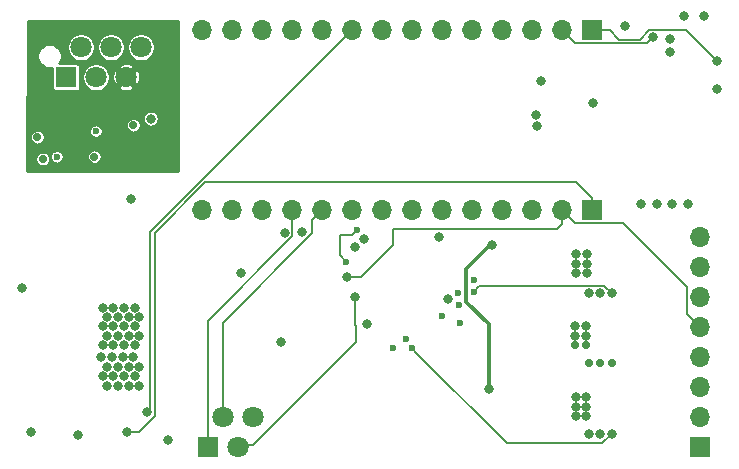
<source format=gbr>
G04 #@! TF.GenerationSoftware,KiCad,Pcbnew,5.1.3-ffb9f22~84~ubuntu18.04.1*
G04 #@! TF.CreationDate,2019-10-12T08:12:31-07:00*
G04 #@! TF.ProjectId,board,626f6172-642e-46b6-9963-61645f706362,rev?*
G04 #@! TF.SameCoordinates,Original*
G04 #@! TF.FileFunction,Copper,L3,Inr*
G04 #@! TF.FilePolarity,Positive*
%FSLAX46Y46*%
G04 Gerber Fmt 4.6, Leading zero omitted, Abs format (unit mm)*
G04 Created by KiCad (PCBNEW 5.1.3-ffb9f22~84~ubuntu18.04.1) date 2019-10-12 08:12:31*
%MOMM*%
%LPD*%
G04 APERTURE LIST*
%ADD10O,1.700000X1.700000*%
%ADD11R,1.700000X1.700000*%
%ADD12C,1.800000*%
%ADD13R,1.800000X1.800000*%
%ADD14C,0.800000*%
%ADD15C,0.600000*%
%ADD16C,0.700000*%
%ADD17C,0.152400*%
%ADD18C,0.300000*%
%ADD19C,0.254000*%
G04 APERTURE END LIST*
D10*
X108798000Y-101836000D03*
X111338000Y-101836000D03*
X113878000Y-101836000D03*
X116418000Y-101836000D03*
X118958000Y-101836000D03*
X121498000Y-101836000D03*
X124038000Y-101836000D03*
X126578000Y-101836000D03*
X129118000Y-101836000D03*
X131658000Y-101836000D03*
X134198000Y-101836000D03*
X136738000Y-101836000D03*
X139278000Y-101836000D03*
D11*
X141818000Y-101836000D03*
X141818000Y-117036000D03*
D10*
X139278000Y-117036000D03*
X136738000Y-117036000D03*
X134198000Y-117036000D03*
X131658000Y-117036000D03*
X129118000Y-117036000D03*
X126578000Y-117036000D03*
X124038000Y-117036000D03*
X121498000Y-117036000D03*
X118958000Y-117036000D03*
X116418000Y-117036000D03*
X113878000Y-117036000D03*
X111338000Y-117036000D03*
X108798000Y-117036000D03*
X150977600Y-119329200D03*
X150977600Y-121869200D03*
X150977600Y-124409200D03*
X150977600Y-126949200D03*
X150977600Y-129489200D03*
X150977600Y-132029200D03*
X150977600Y-134569200D03*
D11*
X150977600Y-137109200D03*
D12*
X103650000Y-103260000D03*
X102380000Y-105800000D03*
D13*
X97300000Y-105800000D03*
D12*
X98570000Y-103260000D03*
X99840000Y-105800000D03*
X101110000Y-103260000D03*
D13*
X109295000Y-137120000D03*
D12*
X110565000Y-134580000D03*
X111835000Y-137120000D03*
X113105000Y-134580000D03*
D14*
X115500000Y-128200000D03*
D15*
X121031000Y-121412000D03*
X121920000Y-118745000D03*
D14*
X117300000Y-118900000D03*
X121793000Y-120142000D03*
X115800000Y-119000000D03*
X121793000Y-124396500D03*
X144600000Y-101500000D03*
X148444798Y-102600000D03*
X151300000Y-100577400D03*
X112100000Y-122400000D03*
X102800000Y-116100000D03*
X141595194Y-124100000D03*
D15*
X131800000Y-123000000D03*
D14*
X142547597Y-124100000D03*
D15*
X130492500Y-124079000D03*
D16*
X142500000Y-130000000D03*
D15*
X129159000Y-125984000D03*
D16*
X141547597Y-130000000D03*
D15*
X130683000Y-126619000D03*
D14*
X141595194Y-136000000D03*
D15*
X126052638Y-127947362D03*
D14*
X142547597Y-136000000D03*
D15*
X124992985Y-128707015D03*
D16*
X94869000Y-110871000D03*
X102997000Y-109855000D03*
X99695000Y-112522000D03*
D14*
X133333500Y-119961500D03*
X133079500Y-132153500D03*
X128912000Y-119311000D03*
X141400000Y-121600000D03*
X140500000Y-121600000D03*
X140500000Y-122400000D03*
X141400000Y-120800000D03*
X141400000Y-122400000D03*
X141300000Y-127700000D03*
X140400000Y-127700000D03*
D16*
X140400000Y-128500000D03*
D14*
X140400000Y-126900000D03*
X141300000Y-126900000D03*
D16*
X141300000Y-128500000D03*
D14*
X141300000Y-133700000D03*
X140450000Y-133700000D03*
X140450000Y-134500000D03*
X140450000Y-132900000D03*
X100300000Y-129500000D03*
X101200000Y-129500000D03*
X102100000Y-129500000D03*
X103000000Y-129500000D03*
X100800000Y-130300000D03*
X101700000Y-130300000D03*
X102600000Y-130300000D03*
X103500000Y-130300000D03*
X100400000Y-131100000D03*
X101300000Y-131100000D03*
X102200000Y-131100000D03*
X103100000Y-131100000D03*
X100800000Y-131900000D03*
X101700000Y-131900000D03*
X102600000Y-131900000D03*
X103500000Y-131900000D03*
X141300000Y-132900000D03*
X141300000Y-134500000D03*
X93600000Y-123600000D03*
X121100000Y-122700000D03*
X122555000Y-119507000D03*
X122792500Y-126692500D03*
X152422600Y-104400000D03*
X105900000Y-136502400D03*
X140500000Y-120800000D03*
X129667000Y-124587000D03*
D15*
X99822000Y-110363000D03*
X96520000Y-112522000D03*
D14*
X147000000Y-102400000D03*
X149600000Y-100577400D03*
X148444798Y-103700000D03*
X152422600Y-106800000D03*
X102500000Y-135800000D03*
X94300000Y-135800000D03*
X98300000Y-136100000D03*
X141900000Y-107950000D03*
X143500000Y-124100000D03*
D15*
X131800000Y-123952403D03*
D16*
X143500000Y-130000000D03*
D15*
X130556000Y-125095000D03*
D14*
X143500000Y-136000000D03*
D15*
X126559468Y-128753707D03*
D14*
X150000000Y-116500000D03*
X148600000Y-116500000D03*
X147300000Y-116500000D03*
X146000000Y-116500000D03*
D15*
X101409500Y-107315000D03*
X101876000Y-108760000D03*
X102511000Y-108760000D03*
X102171500Y-107315000D03*
X102933500Y-107315000D03*
X103695500Y-107124500D03*
X104267000Y-106680000D03*
X104838500Y-106108500D03*
X105283000Y-105473500D03*
D14*
X104175000Y-134150000D03*
X137166671Y-109950066D03*
X137100000Y-109000000D03*
X137500000Y-106100000D03*
D16*
X95331000Y-112724000D03*
D14*
X104475000Y-109295000D03*
X100800000Y-127700000D03*
X101700000Y-127700000D03*
X102600000Y-127700000D03*
X103500000Y-127700000D03*
X100400000Y-125300000D03*
X101300000Y-125300000D03*
X102200000Y-125300000D03*
X103100000Y-125300000D03*
X100800000Y-126100000D03*
X101700000Y-126100000D03*
X102600000Y-126100000D03*
X103500000Y-126100000D03*
X100400000Y-126900000D03*
X101300000Y-126900000D03*
X102200000Y-126900000D03*
X103100000Y-126900000D03*
X100400000Y-128500000D03*
X101300000Y-128500000D03*
X102200000Y-128500000D03*
X103100000Y-128500000D03*
D17*
X121487399Y-119177601D02*
X121920000Y-118745000D01*
X120471399Y-119177601D02*
X121487399Y-119177601D01*
X121031000Y-121412000D02*
X120471399Y-120852399D01*
X120471399Y-120852399D02*
X120471399Y-119177601D01*
X113107792Y-136970000D02*
X111835000Y-136970000D01*
X121833410Y-128244382D02*
X113107792Y-136970000D01*
X121833410Y-126786410D02*
X121833410Y-128244382D01*
X121793000Y-126746000D02*
X121793000Y-124333000D01*
X121833410Y-126786410D02*
X121793000Y-126746000D01*
X149898999Y-125870599D02*
X150127601Y-126099201D01*
X149898999Y-123598999D02*
X149898999Y-125870599D01*
X150127601Y-126099201D02*
X150977600Y-126949200D01*
X144414601Y-118114601D02*
X149898999Y-123598999D01*
X140356601Y-118114601D02*
X144414601Y-118114601D01*
X139278000Y-117036000D02*
X140356601Y-118114601D01*
X152022601Y-104000001D02*
X152422600Y-104400000D01*
X149793999Y-101771399D02*
X152022601Y-104000001D01*
X146698271Y-101771399D02*
X149793999Y-101771399D01*
X145859879Y-102609791D02*
X146698271Y-101771399D01*
X144107461Y-102609791D02*
X145859879Y-102609791D01*
X143333670Y-101836000D02*
X144107461Y-102609791D01*
X141818000Y-101836000D02*
X143333670Y-101836000D01*
X139278000Y-118238081D02*
X138898081Y-118618000D01*
X139278000Y-117036000D02*
X139278000Y-118238081D01*
X124968000Y-118618000D02*
X124968000Y-120015000D01*
X138898081Y-118618000D02*
X124968000Y-118618000D01*
X122283000Y-122700000D02*
X121100000Y-122700000D01*
X124968000Y-120015000D02*
X122283000Y-122700000D01*
D18*
X131197599Y-124845045D02*
X131197599Y-122040401D01*
X133079500Y-132153500D02*
X133079500Y-126726946D01*
X133079500Y-126726946D02*
X131197599Y-124845045D01*
X131197599Y-122040401D02*
X133223000Y-120015000D01*
D17*
X139278000Y-101836000D02*
X140356601Y-102914601D01*
X146485399Y-102914601D02*
X147000000Y-102400000D01*
X140356601Y-102914601D02*
X146485399Y-102914601D01*
X141818000Y-116033600D02*
X141818000Y-117036000D01*
X140484400Y-114700000D02*
X141818000Y-116033600D01*
X103455330Y-135800000D02*
X104803601Y-134451729D01*
X104803601Y-118961465D02*
X109065066Y-114700000D01*
X102500000Y-135800000D02*
X103455330Y-135800000D01*
X104803601Y-134451729D02*
X104803601Y-118961465D01*
X109065066Y-114700000D02*
X140484400Y-114700000D01*
X132199999Y-123552404D02*
X131800000Y-123952403D01*
X132281004Y-123471399D02*
X132199999Y-123552404D01*
X142871399Y-123471399D02*
X132281004Y-123471399D01*
X143500000Y-124100000D02*
X142871399Y-123471399D01*
X126959467Y-129153706D02*
X126559468Y-128753707D01*
X134605761Y-136800000D02*
X126959467Y-129153706D01*
X142700000Y-136800000D02*
X134605761Y-136800000D01*
X143500000Y-136000000D02*
X142700000Y-136800000D01*
X104428601Y-133896399D02*
X104175000Y-134150000D01*
X104428601Y-118905399D02*
X104428601Y-133896399D01*
X121498000Y-101836000D02*
X104428601Y-118905399D01*
X118108001Y-117885999D02*
X118958000Y-117036000D01*
X118108001Y-119022329D02*
X118108001Y-117885999D01*
X110565000Y-126565330D02*
X118108001Y-119022329D01*
X110565000Y-134430000D02*
X110565000Y-126565330D01*
X116428601Y-118248682D02*
X116428601Y-119271399D01*
X116418000Y-117036000D02*
X116418000Y-118238081D01*
X116418000Y-118238081D02*
X116428601Y-118248682D01*
X109295000Y-126405000D02*
X109295000Y-136970000D01*
X116428601Y-119271399D02*
X109295000Y-126405000D01*
D19*
G36*
X106773000Y-101026828D02*
G01*
X106773000Y-113773000D01*
X94027334Y-113773000D01*
X94030246Y-112662010D01*
X94701600Y-112662010D01*
X94701600Y-112785990D01*
X94725788Y-112907589D01*
X94773233Y-113022133D01*
X94842113Y-113125219D01*
X94929781Y-113212887D01*
X95032867Y-113281767D01*
X95147411Y-113329212D01*
X95269010Y-113353400D01*
X95392990Y-113353400D01*
X95514589Y-113329212D01*
X95629133Y-113281767D01*
X95732219Y-113212887D01*
X95819887Y-113125219D01*
X95888767Y-113022133D01*
X95936212Y-112907589D01*
X95960400Y-112785990D01*
X95960400Y-112678608D01*
X95962866Y-112691005D01*
X96006543Y-112796449D01*
X96069951Y-112891346D01*
X96150654Y-112972049D01*
X96245551Y-113035457D01*
X96350995Y-113079134D01*
X96462934Y-113101400D01*
X96577066Y-113101400D01*
X96689005Y-113079134D01*
X96794449Y-113035457D01*
X96889346Y-112972049D01*
X96970049Y-112891346D01*
X97033457Y-112796449D01*
X97077134Y-112691005D01*
X97099400Y-112579066D01*
X97099400Y-112464934D01*
X97098421Y-112460010D01*
X99065600Y-112460010D01*
X99065600Y-112583990D01*
X99089788Y-112705589D01*
X99137233Y-112820133D01*
X99206113Y-112923219D01*
X99293781Y-113010887D01*
X99396867Y-113079767D01*
X99511411Y-113127212D01*
X99633010Y-113151400D01*
X99756990Y-113151400D01*
X99878589Y-113127212D01*
X99993133Y-113079767D01*
X100096219Y-113010887D01*
X100183887Y-112923219D01*
X100252767Y-112820133D01*
X100300212Y-112705589D01*
X100324400Y-112583990D01*
X100324400Y-112460010D01*
X100300212Y-112338411D01*
X100252767Y-112223867D01*
X100183887Y-112120781D01*
X100096219Y-112033113D01*
X99993133Y-111964233D01*
X99878589Y-111916788D01*
X99756990Y-111892600D01*
X99633010Y-111892600D01*
X99511411Y-111916788D01*
X99396867Y-111964233D01*
X99293781Y-112033113D01*
X99206113Y-112120781D01*
X99137233Y-112223867D01*
X99089788Y-112338411D01*
X99065600Y-112460010D01*
X97098421Y-112460010D01*
X97077134Y-112352995D01*
X97033457Y-112247551D01*
X96970049Y-112152654D01*
X96889346Y-112071951D01*
X96794449Y-112008543D01*
X96689005Y-111964866D01*
X96577066Y-111942600D01*
X96462934Y-111942600D01*
X96350995Y-111964866D01*
X96245551Y-112008543D01*
X96150654Y-112071951D01*
X96069951Y-112152654D01*
X96006543Y-112247551D01*
X95962866Y-112352995D01*
X95940600Y-112464934D01*
X95940600Y-112562471D01*
X95936212Y-112540411D01*
X95888767Y-112425867D01*
X95819887Y-112322781D01*
X95732219Y-112235113D01*
X95629133Y-112166233D01*
X95514589Y-112118788D01*
X95392990Y-112094600D01*
X95269010Y-112094600D01*
X95147411Y-112118788D01*
X95032867Y-112166233D01*
X94929781Y-112235113D01*
X94842113Y-112322781D01*
X94773233Y-112425867D01*
X94725788Y-112540411D01*
X94701600Y-112662010D01*
X94030246Y-112662010D01*
X94035103Y-110809010D01*
X94239600Y-110809010D01*
X94239600Y-110932990D01*
X94263788Y-111054589D01*
X94311233Y-111169133D01*
X94380113Y-111272219D01*
X94467781Y-111359887D01*
X94570867Y-111428767D01*
X94685411Y-111476212D01*
X94807010Y-111500400D01*
X94930990Y-111500400D01*
X95052589Y-111476212D01*
X95167133Y-111428767D01*
X95270219Y-111359887D01*
X95357887Y-111272219D01*
X95426767Y-111169133D01*
X95474212Y-111054589D01*
X95498400Y-110932990D01*
X95498400Y-110809010D01*
X95474212Y-110687411D01*
X95426767Y-110572867D01*
X95357887Y-110469781D01*
X95270219Y-110382113D01*
X95167133Y-110313233D01*
X95149512Y-110305934D01*
X99242600Y-110305934D01*
X99242600Y-110420066D01*
X99264866Y-110532005D01*
X99308543Y-110637449D01*
X99371951Y-110732346D01*
X99452654Y-110813049D01*
X99547551Y-110876457D01*
X99652995Y-110920134D01*
X99764934Y-110942400D01*
X99879066Y-110942400D01*
X99991005Y-110920134D01*
X100096449Y-110876457D01*
X100191346Y-110813049D01*
X100272049Y-110732346D01*
X100335457Y-110637449D01*
X100379134Y-110532005D01*
X100401400Y-110420066D01*
X100401400Y-110305934D01*
X100379134Y-110193995D01*
X100335457Y-110088551D01*
X100272049Y-109993654D01*
X100191346Y-109912951D01*
X100096449Y-109849543D01*
X99991005Y-109805866D01*
X99926374Y-109793010D01*
X102367600Y-109793010D01*
X102367600Y-109916990D01*
X102391788Y-110038589D01*
X102439233Y-110153133D01*
X102508113Y-110256219D01*
X102595781Y-110343887D01*
X102698867Y-110412767D01*
X102813411Y-110460212D01*
X102935010Y-110484400D01*
X103058990Y-110484400D01*
X103180589Y-110460212D01*
X103295133Y-110412767D01*
X103398219Y-110343887D01*
X103485887Y-110256219D01*
X103554767Y-110153133D01*
X103602212Y-110038589D01*
X103626400Y-109916990D01*
X103626400Y-109793010D01*
X103602212Y-109671411D01*
X103554767Y-109556867D01*
X103485887Y-109453781D01*
X103398219Y-109366113D01*
X103295133Y-109297233D01*
X103180589Y-109249788D01*
X103071483Y-109228085D01*
X103795600Y-109228085D01*
X103795600Y-109361915D01*
X103821709Y-109493174D01*
X103872924Y-109616816D01*
X103947276Y-109728092D01*
X104041908Y-109822724D01*
X104153184Y-109897076D01*
X104276826Y-109948291D01*
X104408085Y-109974400D01*
X104541915Y-109974400D01*
X104673174Y-109948291D01*
X104796816Y-109897076D01*
X104908092Y-109822724D01*
X105002724Y-109728092D01*
X105077076Y-109616816D01*
X105128291Y-109493174D01*
X105154400Y-109361915D01*
X105154400Y-109228085D01*
X105128291Y-109096826D01*
X105077076Y-108973184D01*
X105002724Y-108861908D01*
X104908092Y-108767276D01*
X104796816Y-108692924D01*
X104673174Y-108641709D01*
X104541915Y-108615600D01*
X104408085Y-108615600D01*
X104276826Y-108641709D01*
X104153184Y-108692924D01*
X104041908Y-108767276D01*
X103947276Y-108861908D01*
X103872924Y-108973184D01*
X103821709Y-109096826D01*
X103795600Y-109228085D01*
X103071483Y-109228085D01*
X103058990Y-109225600D01*
X102935010Y-109225600D01*
X102813411Y-109249788D01*
X102698867Y-109297233D01*
X102595781Y-109366113D01*
X102508113Y-109453781D01*
X102439233Y-109556867D01*
X102391788Y-109671411D01*
X102367600Y-109793010D01*
X99926374Y-109793010D01*
X99879066Y-109783600D01*
X99764934Y-109783600D01*
X99652995Y-109805866D01*
X99547551Y-109849543D01*
X99452654Y-109912951D01*
X99371951Y-109993654D01*
X99308543Y-110088551D01*
X99264866Y-110193995D01*
X99242600Y-110305934D01*
X95149512Y-110305934D01*
X95052589Y-110265788D01*
X94930990Y-110241600D01*
X94807010Y-110241600D01*
X94685411Y-110265788D01*
X94570867Y-110313233D01*
X94467781Y-110382113D01*
X94380113Y-110469781D01*
X94311233Y-110572867D01*
X94263788Y-110687411D01*
X94239600Y-110809010D01*
X94035103Y-110809010D01*
X94053218Y-103898608D01*
X94870550Y-103898608D01*
X94870550Y-104101392D01*
X94910111Y-104300279D01*
X94987713Y-104487627D01*
X95100374Y-104656236D01*
X95243764Y-104799626D01*
X95412373Y-104912287D01*
X95599721Y-104989889D01*
X95798608Y-105029450D01*
X96001392Y-105029450D01*
X96119249Y-105006007D01*
X96119249Y-106700000D01*
X96124644Y-106754772D01*
X96140620Y-106807439D01*
X96166564Y-106855977D01*
X96201479Y-106898521D01*
X96244023Y-106933436D01*
X96292561Y-106959380D01*
X96345228Y-106975356D01*
X96400000Y-106980751D01*
X98200000Y-106980751D01*
X98254772Y-106975356D01*
X98307439Y-106959380D01*
X98355977Y-106933436D01*
X98398521Y-106898521D01*
X98433436Y-106855977D01*
X98459380Y-106807439D01*
X98475356Y-106754772D01*
X98480751Y-106700000D01*
X98480751Y-105683839D01*
X98660600Y-105683839D01*
X98660600Y-105916161D01*
X98705923Y-106144018D01*
X98794829Y-106358656D01*
X98923900Y-106551824D01*
X99088176Y-106716100D01*
X99281344Y-106845171D01*
X99495982Y-106934077D01*
X99723839Y-106979400D01*
X99956161Y-106979400D01*
X100184018Y-106934077D01*
X100398656Y-106845171D01*
X100591824Y-106716100D01*
X100634646Y-106673278D01*
X101686327Y-106673278D01*
X101790168Y-106827899D01*
X102002034Y-106923218D01*
X102228426Y-106975373D01*
X102460643Y-106982359D01*
X102689760Y-106943907D01*
X102906973Y-106861497D01*
X102969832Y-106827899D01*
X103073673Y-106673278D01*
X102380000Y-105979605D01*
X101686327Y-106673278D01*
X100634646Y-106673278D01*
X100756100Y-106551824D01*
X100885171Y-106358656D01*
X100974077Y-106144018D01*
X101019400Y-105916161D01*
X101019400Y-105880643D01*
X101197641Y-105880643D01*
X101236093Y-106109760D01*
X101318503Y-106326973D01*
X101352101Y-106389832D01*
X101506722Y-106493673D01*
X102200395Y-105800000D01*
X102559605Y-105800000D01*
X103253278Y-106493673D01*
X103407899Y-106389832D01*
X103503218Y-106177966D01*
X103555373Y-105951574D01*
X103562359Y-105719357D01*
X103523907Y-105490240D01*
X103441497Y-105273027D01*
X103407899Y-105210168D01*
X103253278Y-105106327D01*
X102559605Y-105800000D01*
X102200395Y-105800000D01*
X101506722Y-105106327D01*
X101352101Y-105210168D01*
X101256782Y-105422034D01*
X101204627Y-105648426D01*
X101197641Y-105880643D01*
X101019400Y-105880643D01*
X101019400Y-105683839D01*
X100974077Y-105455982D01*
X100885171Y-105241344D01*
X100756100Y-105048176D01*
X100634646Y-104926722D01*
X101686327Y-104926722D01*
X102380000Y-105620395D01*
X103073673Y-104926722D01*
X102969832Y-104772101D01*
X102757966Y-104676782D01*
X102531574Y-104624627D01*
X102299357Y-104617641D01*
X102070240Y-104656093D01*
X101853027Y-104738503D01*
X101790168Y-104772101D01*
X101686327Y-104926722D01*
X100634646Y-104926722D01*
X100591824Y-104883900D01*
X100398656Y-104754829D01*
X100184018Y-104665923D01*
X99956161Y-104620600D01*
X99723839Y-104620600D01*
X99495982Y-104665923D01*
X99281344Y-104754829D01*
X99088176Y-104883900D01*
X98923900Y-105048176D01*
X98794829Y-105241344D01*
X98705923Y-105455982D01*
X98660600Y-105683839D01*
X98480751Y-105683839D01*
X98480751Y-104900000D01*
X98475356Y-104845228D01*
X98459380Y-104792561D01*
X98433436Y-104744023D01*
X98398521Y-104701479D01*
X98355977Y-104666564D01*
X98307439Y-104640620D01*
X98254772Y-104624644D01*
X98200000Y-104619249D01*
X96724340Y-104619249D01*
X96812287Y-104487627D01*
X96889889Y-104300279D01*
X96929450Y-104101392D01*
X96929450Y-103898608D01*
X96889889Y-103699721D01*
X96812287Y-103512373D01*
X96699626Y-103343764D01*
X96556236Y-103200374D01*
X96471626Y-103143839D01*
X97390600Y-103143839D01*
X97390600Y-103376161D01*
X97435923Y-103604018D01*
X97524829Y-103818656D01*
X97653900Y-104011824D01*
X97818176Y-104176100D01*
X98011344Y-104305171D01*
X98225982Y-104394077D01*
X98453839Y-104439400D01*
X98686161Y-104439400D01*
X98914018Y-104394077D01*
X99128656Y-104305171D01*
X99321824Y-104176100D01*
X99486100Y-104011824D01*
X99615171Y-103818656D01*
X99704077Y-103604018D01*
X99749400Y-103376161D01*
X99749400Y-103143839D01*
X99930600Y-103143839D01*
X99930600Y-103376161D01*
X99975923Y-103604018D01*
X100064829Y-103818656D01*
X100193900Y-104011824D01*
X100358176Y-104176100D01*
X100551344Y-104305171D01*
X100765982Y-104394077D01*
X100993839Y-104439400D01*
X101226161Y-104439400D01*
X101454018Y-104394077D01*
X101668656Y-104305171D01*
X101861824Y-104176100D01*
X102026100Y-104011824D01*
X102155171Y-103818656D01*
X102244077Y-103604018D01*
X102289400Y-103376161D01*
X102289400Y-103143839D01*
X102470600Y-103143839D01*
X102470600Y-103376161D01*
X102515923Y-103604018D01*
X102604829Y-103818656D01*
X102733900Y-104011824D01*
X102898176Y-104176100D01*
X103091344Y-104305171D01*
X103305982Y-104394077D01*
X103533839Y-104439400D01*
X103766161Y-104439400D01*
X103994018Y-104394077D01*
X104208656Y-104305171D01*
X104401824Y-104176100D01*
X104566100Y-104011824D01*
X104695171Y-103818656D01*
X104784077Y-103604018D01*
X104829400Y-103376161D01*
X104829400Y-103143839D01*
X104784077Y-102915982D01*
X104695171Y-102701344D01*
X104566100Y-102508176D01*
X104401824Y-102343900D01*
X104208656Y-102214829D01*
X103994018Y-102125923D01*
X103766161Y-102080600D01*
X103533839Y-102080600D01*
X103305982Y-102125923D01*
X103091344Y-102214829D01*
X102898176Y-102343900D01*
X102733900Y-102508176D01*
X102604829Y-102701344D01*
X102515923Y-102915982D01*
X102470600Y-103143839D01*
X102289400Y-103143839D01*
X102244077Y-102915982D01*
X102155171Y-102701344D01*
X102026100Y-102508176D01*
X101861824Y-102343900D01*
X101668656Y-102214829D01*
X101454018Y-102125923D01*
X101226161Y-102080600D01*
X100993839Y-102080600D01*
X100765982Y-102125923D01*
X100551344Y-102214829D01*
X100358176Y-102343900D01*
X100193900Y-102508176D01*
X100064829Y-102701344D01*
X99975923Y-102915982D01*
X99930600Y-103143839D01*
X99749400Y-103143839D01*
X99704077Y-102915982D01*
X99615171Y-102701344D01*
X99486100Y-102508176D01*
X99321824Y-102343900D01*
X99128656Y-102214829D01*
X98914018Y-102125923D01*
X98686161Y-102080600D01*
X98453839Y-102080600D01*
X98225982Y-102125923D01*
X98011344Y-102214829D01*
X97818176Y-102343900D01*
X97653900Y-102508176D01*
X97524829Y-102701344D01*
X97435923Y-102915982D01*
X97390600Y-103143839D01*
X96471626Y-103143839D01*
X96387627Y-103087713D01*
X96200279Y-103010111D01*
X96001392Y-102970550D01*
X95798608Y-102970550D01*
X95599721Y-103010111D01*
X95412373Y-103087713D01*
X95243764Y-103200374D01*
X95100374Y-103343764D01*
X94987713Y-103512373D01*
X94910111Y-103699721D01*
X94870550Y-103898608D01*
X94053218Y-103898608D01*
X94060792Y-101009547D01*
X106773000Y-101026828D01*
X106773000Y-101026828D01*
G37*
X106773000Y-101026828D02*
X106773000Y-113773000D01*
X94027334Y-113773000D01*
X94030246Y-112662010D01*
X94701600Y-112662010D01*
X94701600Y-112785990D01*
X94725788Y-112907589D01*
X94773233Y-113022133D01*
X94842113Y-113125219D01*
X94929781Y-113212887D01*
X95032867Y-113281767D01*
X95147411Y-113329212D01*
X95269010Y-113353400D01*
X95392990Y-113353400D01*
X95514589Y-113329212D01*
X95629133Y-113281767D01*
X95732219Y-113212887D01*
X95819887Y-113125219D01*
X95888767Y-113022133D01*
X95936212Y-112907589D01*
X95960400Y-112785990D01*
X95960400Y-112678608D01*
X95962866Y-112691005D01*
X96006543Y-112796449D01*
X96069951Y-112891346D01*
X96150654Y-112972049D01*
X96245551Y-113035457D01*
X96350995Y-113079134D01*
X96462934Y-113101400D01*
X96577066Y-113101400D01*
X96689005Y-113079134D01*
X96794449Y-113035457D01*
X96889346Y-112972049D01*
X96970049Y-112891346D01*
X97033457Y-112796449D01*
X97077134Y-112691005D01*
X97099400Y-112579066D01*
X97099400Y-112464934D01*
X97098421Y-112460010D01*
X99065600Y-112460010D01*
X99065600Y-112583990D01*
X99089788Y-112705589D01*
X99137233Y-112820133D01*
X99206113Y-112923219D01*
X99293781Y-113010887D01*
X99396867Y-113079767D01*
X99511411Y-113127212D01*
X99633010Y-113151400D01*
X99756990Y-113151400D01*
X99878589Y-113127212D01*
X99993133Y-113079767D01*
X100096219Y-113010887D01*
X100183887Y-112923219D01*
X100252767Y-112820133D01*
X100300212Y-112705589D01*
X100324400Y-112583990D01*
X100324400Y-112460010D01*
X100300212Y-112338411D01*
X100252767Y-112223867D01*
X100183887Y-112120781D01*
X100096219Y-112033113D01*
X99993133Y-111964233D01*
X99878589Y-111916788D01*
X99756990Y-111892600D01*
X99633010Y-111892600D01*
X99511411Y-111916788D01*
X99396867Y-111964233D01*
X99293781Y-112033113D01*
X99206113Y-112120781D01*
X99137233Y-112223867D01*
X99089788Y-112338411D01*
X99065600Y-112460010D01*
X97098421Y-112460010D01*
X97077134Y-112352995D01*
X97033457Y-112247551D01*
X96970049Y-112152654D01*
X96889346Y-112071951D01*
X96794449Y-112008543D01*
X96689005Y-111964866D01*
X96577066Y-111942600D01*
X96462934Y-111942600D01*
X96350995Y-111964866D01*
X96245551Y-112008543D01*
X96150654Y-112071951D01*
X96069951Y-112152654D01*
X96006543Y-112247551D01*
X95962866Y-112352995D01*
X95940600Y-112464934D01*
X95940600Y-112562471D01*
X95936212Y-112540411D01*
X95888767Y-112425867D01*
X95819887Y-112322781D01*
X95732219Y-112235113D01*
X95629133Y-112166233D01*
X95514589Y-112118788D01*
X95392990Y-112094600D01*
X95269010Y-112094600D01*
X95147411Y-112118788D01*
X95032867Y-112166233D01*
X94929781Y-112235113D01*
X94842113Y-112322781D01*
X94773233Y-112425867D01*
X94725788Y-112540411D01*
X94701600Y-112662010D01*
X94030246Y-112662010D01*
X94035103Y-110809010D01*
X94239600Y-110809010D01*
X94239600Y-110932990D01*
X94263788Y-111054589D01*
X94311233Y-111169133D01*
X94380113Y-111272219D01*
X94467781Y-111359887D01*
X94570867Y-111428767D01*
X94685411Y-111476212D01*
X94807010Y-111500400D01*
X94930990Y-111500400D01*
X95052589Y-111476212D01*
X95167133Y-111428767D01*
X95270219Y-111359887D01*
X95357887Y-111272219D01*
X95426767Y-111169133D01*
X95474212Y-111054589D01*
X95498400Y-110932990D01*
X95498400Y-110809010D01*
X95474212Y-110687411D01*
X95426767Y-110572867D01*
X95357887Y-110469781D01*
X95270219Y-110382113D01*
X95167133Y-110313233D01*
X95149512Y-110305934D01*
X99242600Y-110305934D01*
X99242600Y-110420066D01*
X99264866Y-110532005D01*
X99308543Y-110637449D01*
X99371951Y-110732346D01*
X99452654Y-110813049D01*
X99547551Y-110876457D01*
X99652995Y-110920134D01*
X99764934Y-110942400D01*
X99879066Y-110942400D01*
X99991005Y-110920134D01*
X100096449Y-110876457D01*
X100191346Y-110813049D01*
X100272049Y-110732346D01*
X100335457Y-110637449D01*
X100379134Y-110532005D01*
X100401400Y-110420066D01*
X100401400Y-110305934D01*
X100379134Y-110193995D01*
X100335457Y-110088551D01*
X100272049Y-109993654D01*
X100191346Y-109912951D01*
X100096449Y-109849543D01*
X99991005Y-109805866D01*
X99926374Y-109793010D01*
X102367600Y-109793010D01*
X102367600Y-109916990D01*
X102391788Y-110038589D01*
X102439233Y-110153133D01*
X102508113Y-110256219D01*
X102595781Y-110343887D01*
X102698867Y-110412767D01*
X102813411Y-110460212D01*
X102935010Y-110484400D01*
X103058990Y-110484400D01*
X103180589Y-110460212D01*
X103295133Y-110412767D01*
X103398219Y-110343887D01*
X103485887Y-110256219D01*
X103554767Y-110153133D01*
X103602212Y-110038589D01*
X103626400Y-109916990D01*
X103626400Y-109793010D01*
X103602212Y-109671411D01*
X103554767Y-109556867D01*
X103485887Y-109453781D01*
X103398219Y-109366113D01*
X103295133Y-109297233D01*
X103180589Y-109249788D01*
X103071483Y-109228085D01*
X103795600Y-109228085D01*
X103795600Y-109361915D01*
X103821709Y-109493174D01*
X103872924Y-109616816D01*
X103947276Y-109728092D01*
X104041908Y-109822724D01*
X104153184Y-109897076D01*
X104276826Y-109948291D01*
X104408085Y-109974400D01*
X104541915Y-109974400D01*
X104673174Y-109948291D01*
X104796816Y-109897076D01*
X104908092Y-109822724D01*
X105002724Y-109728092D01*
X105077076Y-109616816D01*
X105128291Y-109493174D01*
X105154400Y-109361915D01*
X105154400Y-109228085D01*
X105128291Y-109096826D01*
X105077076Y-108973184D01*
X105002724Y-108861908D01*
X104908092Y-108767276D01*
X104796816Y-108692924D01*
X104673174Y-108641709D01*
X104541915Y-108615600D01*
X104408085Y-108615600D01*
X104276826Y-108641709D01*
X104153184Y-108692924D01*
X104041908Y-108767276D01*
X103947276Y-108861908D01*
X103872924Y-108973184D01*
X103821709Y-109096826D01*
X103795600Y-109228085D01*
X103071483Y-109228085D01*
X103058990Y-109225600D01*
X102935010Y-109225600D01*
X102813411Y-109249788D01*
X102698867Y-109297233D01*
X102595781Y-109366113D01*
X102508113Y-109453781D01*
X102439233Y-109556867D01*
X102391788Y-109671411D01*
X102367600Y-109793010D01*
X99926374Y-109793010D01*
X99879066Y-109783600D01*
X99764934Y-109783600D01*
X99652995Y-109805866D01*
X99547551Y-109849543D01*
X99452654Y-109912951D01*
X99371951Y-109993654D01*
X99308543Y-110088551D01*
X99264866Y-110193995D01*
X99242600Y-110305934D01*
X95149512Y-110305934D01*
X95052589Y-110265788D01*
X94930990Y-110241600D01*
X94807010Y-110241600D01*
X94685411Y-110265788D01*
X94570867Y-110313233D01*
X94467781Y-110382113D01*
X94380113Y-110469781D01*
X94311233Y-110572867D01*
X94263788Y-110687411D01*
X94239600Y-110809010D01*
X94035103Y-110809010D01*
X94053218Y-103898608D01*
X94870550Y-103898608D01*
X94870550Y-104101392D01*
X94910111Y-104300279D01*
X94987713Y-104487627D01*
X95100374Y-104656236D01*
X95243764Y-104799626D01*
X95412373Y-104912287D01*
X95599721Y-104989889D01*
X95798608Y-105029450D01*
X96001392Y-105029450D01*
X96119249Y-105006007D01*
X96119249Y-106700000D01*
X96124644Y-106754772D01*
X96140620Y-106807439D01*
X96166564Y-106855977D01*
X96201479Y-106898521D01*
X96244023Y-106933436D01*
X96292561Y-106959380D01*
X96345228Y-106975356D01*
X96400000Y-106980751D01*
X98200000Y-106980751D01*
X98254772Y-106975356D01*
X98307439Y-106959380D01*
X98355977Y-106933436D01*
X98398521Y-106898521D01*
X98433436Y-106855977D01*
X98459380Y-106807439D01*
X98475356Y-106754772D01*
X98480751Y-106700000D01*
X98480751Y-105683839D01*
X98660600Y-105683839D01*
X98660600Y-105916161D01*
X98705923Y-106144018D01*
X98794829Y-106358656D01*
X98923900Y-106551824D01*
X99088176Y-106716100D01*
X99281344Y-106845171D01*
X99495982Y-106934077D01*
X99723839Y-106979400D01*
X99956161Y-106979400D01*
X100184018Y-106934077D01*
X100398656Y-106845171D01*
X100591824Y-106716100D01*
X100634646Y-106673278D01*
X101686327Y-106673278D01*
X101790168Y-106827899D01*
X102002034Y-106923218D01*
X102228426Y-106975373D01*
X102460643Y-106982359D01*
X102689760Y-106943907D01*
X102906973Y-106861497D01*
X102969832Y-106827899D01*
X103073673Y-106673278D01*
X102380000Y-105979605D01*
X101686327Y-106673278D01*
X100634646Y-106673278D01*
X100756100Y-106551824D01*
X100885171Y-106358656D01*
X100974077Y-106144018D01*
X101019400Y-105916161D01*
X101019400Y-105880643D01*
X101197641Y-105880643D01*
X101236093Y-106109760D01*
X101318503Y-106326973D01*
X101352101Y-106389832D01*
X101506722Y-106493673D01*
X102200395Y-105800000D01*
X102559605Y-105800000D01*
X103253278Y-106493673D01*
X103407899Y-106389832D01*
X103503218Y-106177966D01*
X103555373Y-105951574D01*
X103562359Y-105719357D01*
X103523907Y-105490240D01*
X103441497Y-105273027D01*
X103407899Y-105210168D01*
X103253278Y-105106327D01*
X102559605Y-105800000D01*
X102200395Y-105800000D01*
X101506722Y-105106327D01*
X101352101Y-105210168D01*
X101256782Y-105422034D01*
X101204627Y-105648426D01*
X101197641Y-105880643D01*
X101019400Y-105880643D01*
X101019400Y-105683839D01*
X100974077Y-105455982D01*
X100885171Y-105241344D01*
X100756100Y-105048176D01*
X100634646Y-104926722D01*
X101686327Y-104926722D01*
X102380000Y-105620395D01*
X103073673Y-104926722D01*
X102969832Y-104772101D01*
X102757966Y-104676782D01*
X102531574Y-104624627D01*
X102299357Y-104617641D01*
X102070240Y-104656093D01*
X101853027Y-104738503D01*
X101790168Y-104772101D01*
X101686327Y-104926722D01*
X100634646Y-104926722D01*
X100591824Y-104883900D01*
X100398656Y-104754829D01*
X100184018Y-104665923D01*
X99956161Y-104620600D01*
X99723839Y-104620600D01*
X99495982Y-104665923D01*
X99281344Y-104754829D01*
X99088176Y-104883900D01*
X98923900Y-105048176D01*
X98794829Y-105241344D01*
X98705923Y-105455982D01*
X98660600Y-105683839D01*
X98480751Y-105683839D01*
X98480751Y-104900000D01*
X98475356Y-104845228D01*
X98459380Y-104792561D01*
X98433436Y-104744023D01*
X98398521Y-104701479D01*
X98355977Y-104666564D01*
X98307439Y-104640620D01*
X98254772Y-104624644D01*
X98200000Y-104619249D01*
X96724340Y-104619249D01*
X96812287Y-104487627D01*
X96889889Y-104300279D01*
X96929450Y-104101392D01*
X96929450Y-103898608D01*
X96889889Y-103699721D01*
X96812287Y-103512373D01*
X96699626Y-103343764D01*
X96556236Y-103200374D01*
X96471626Y-103143839D01*
X97390600Y-103143839D01*
X97390600Y-103376161D01*
X97435923Y-103604018D01*
X97524829Y-103818656D01*
X97653900Y-104011824D01*
X97818176Y-104176100D01*
X98011344Y-104305171D01*
X98225982Y-104394077D01*
X98453839Y-104439400D01*
X98686161Y-104439400D01*
X98914018Y-104394077D01*
X99128656Y-104305171D01*
X99321824Y-104176100D01*
X99486100Y-104011824D01*
X99615171Y-103818656D01*
X99704077Y-103604018D01*
X99749400Y-103376161D01*
X99749400Y-103143839D01*
X99930600Y-103143839D01*
X99930600Y-103376161D01*
X99975923Y-103604018D01*
X100064829Y-103818656D01*
X100193900Y-104011824D01*
X100358176Y-104176100D01*
X100551344Y-104305171D01*
X100765982Y-104394077D01*
X100993839Y-104439400D01*
X101226161Y-104439400D01*
X101454018Y-104394077D01*
X101668656Y-104305171D01*
X101861824Y-104176100D01*
X102026100Y-104011824D01*
X102155171Y-103818656D01*
X102244077Y-103604018D01*
X102289400Y-103376161D01*
X102289400Y-103143839D01*
X102470600Y-103143839D01*
X102470600Y-103376161D01*
X102515923Y-103604018D01*
X102604829Y-103818656D01*
X102733900Y-104011824D01*
X102898176Y-104176100D01*
X103091344Y-104305171D01*
X103305982Y-104394077D01*
X103533839Y-104439400D01*
X103766161Y-104439400D01*
X103994018Y-104394077D01*
X104208656Y-104305171D01*
X104401824Y-104176100D01*
X104566100Y-104011824D01*
X104695171Y-103818656D01*
X104784077Y-103604018D01*
X104829400Y-103376161D01*
X104829400Y-103143839D01*
X104784077Y-102915982D01*
X104695171Y-102701344D01*
X104566100Y-102508176D01*
X104401824Y-102343900D01*
X104208656Y-102214829D01*
X103994018Y-102125923D01*
X103766161Y-102080600D01*
X103533839Y-102080600D01*
X103305982Y-102125923D01*
X103091344Y-102214829D01*
X102898176Y-102343900D01*
X102733900Y-102508176D01*
X102604829Y-102701344D01*
X102515923Y-102915982D01*
X102470600Y-103143839D01*
X102289400Y-103143839D01*
X102244077Y-102915982D01*
X102155171Y-102701344D01*
X102026100Y-102508176D01*
X101861824Y-102343900D01*
X101668656Y-102214829D01*
X101454018Y-102125923D01*
X101226161Y-102080600D01*
X100993839Y-102080600D01*
X100765982Y-102125923D01*
X100551344Y-102214829D01*
X100358176Y-102343900D01*
X100193900Y-102508176D01*
X100064829Y-102701344D01*
X99975923Y-102915982D01*
X99930600Y-103143839D01*
X99749400Y-103143839D01*
X99704077Y-102915982D01*
X99615171Y-102701344D01*
X99486100Y-102508176D01*
X99321824Y-102343900D01*
X99128656Y-102214829D01*
X98914018Y-102125923D01*
X98686161Y-102080600D01*
X98453839Y-102080600D01*
X98225982Y-102125923D01*
X98011344Y-102214829D01*
X97818176Y-102343900D01*
X97653900Y-102508176D01*
X97524829Y-102701344D01*
X97435923Y-102915982D01*
X97390600Y-103143839D01*
X96471626Y-103143839D01*
X96387627Y-103087713D01*
X96200279Y-103010111D01*
X96001392Y-102970550D01*
X95798608Y-102970550D01*
X95599721Y-103010111D01*
X95412373Y-103087713D01*
X95243764Y-103200374D01*
X95100374Y-103343764D01*
X94987713Y-103512373D01*
X94910111Y-103699721D01*
X94870550Y-103898608D01*
X94053218Y-103898608D01*
X94060792Y-101009547D01*
X106773000Y-101026828D01*
M02*

</source>
